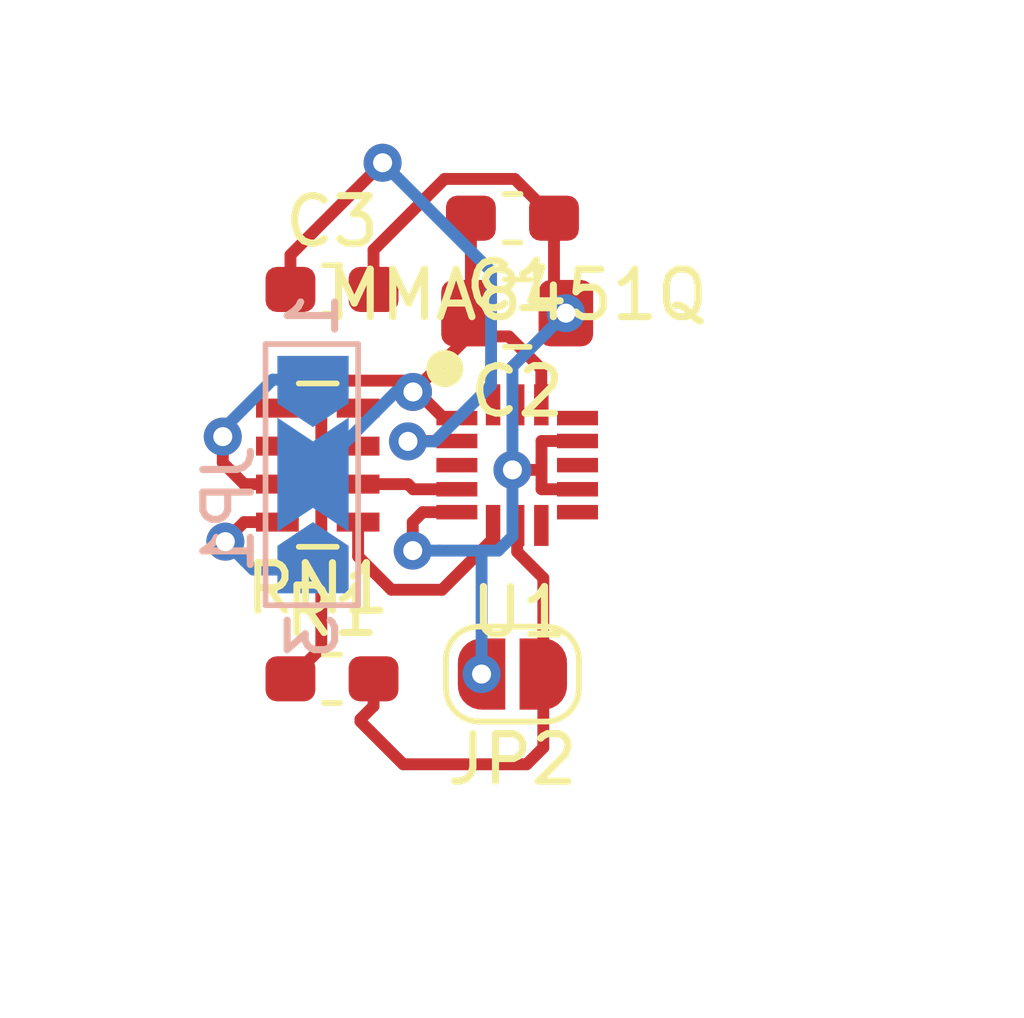
<source format=kicad_pcb>
(kicad_pcb (version 20171130) (host pcbnew 5.1.2-f72e74a~84~ubuntu18.04.1)

  (general
    (thickness 1.6)
    (drawings 0)
    (tracks 94)
    (zones 0)
    (modules 8)
    (nets 20)
  )

  (page User 215.9 139.7)
  (layers
    (0 F.Cu signal)
    (31 B.Cu signal)
    (32 B.Adhes user)
    (33 F.Adhes user)
    (34 B.Paste user)
    (35 F.Paste user)
    (36 B.SilkS user)
    (37 F.SilkS user)
    (38 B.Mask user)
    (39 F.Mask user)
    (40 Dwgs.User user)
    (41 Cmts.User user)
    (42 Eco1.User user)
    (43 Eco2.User user)
    (44 Edge.Cuts user)
    (45 Margin user)
    (46 B.CrtYd user)
    (47 F.CrtYd user)
    (48 B.Fab user)
    (49 F.Fab user)
  )

  (setup
    (last_trace_width 0.25)
    (trace_clearance 0.2)
    (zone_clearance 0.508)
    (zone_45_only no)
    (trace_min 0.2)
    (via_size 0.8)
    (via_drill 0.4)
    (via_min_size 0.4)
    (via_min_drill 0.3)
    (uvia_size 0.3)
    (uvia_drill 0.1)
    (uvias_allowed no)
    (uvia_min_size 0.2)
    (uvia_min_drill 0.1)
    (edge_width 0.05)
    (segment_width 0.2)
    (pcb_text_width 0.3)
    (pcb_text_size 1.5 1.5)
    (mod_edge_width 0.12)
    (mod_text_size 1 1)
    (mod_text_width 0.15)
    (pad_size 1.524 1.524)
    (pad_drill 0.762)
    (pad_to_mask_clearance 0.051)
    (solder_mask_min_width 0.25)
    (aux_axis_origin 0 0)
    (visible_elements FFFFFF7F)
    (pcbplotparams
      (layerselection 0x010fc_ffffffff)
      (usegerberextensions false)
      (usegerberattributes false)
      (usegerberadvancedattributes false)
      (creategerberjobfile false)
      (excludeedgelayer true)
      (linewidth 0.100000)
      (plotframeref false)
      (viasonmask false)
      (mode 1)
      (useauxorigin false)
      (hpglpennumber 1)
      (hpglpenspeed 20)
      (hpglpendiameter 15.000000)
      (psnegative false)
      (psa4output false)
      (plotreference true)
      (plotvalue true)
      (plotinvisibletext false)
      (padsonsilk false)
      (subtractmaskfromsilk false)
      (outputformat 1)
      (mirror false)
      (drillshape 1)
      (scaleselection 1)
      (outputdirectory ""))
  )

  (net 0 "")
  (net 1 +3V3)
  (net 2 GND)
  (net 3 "Net-(C3-Pad1)")
  (net 4 "Net-(JP1-Pad3)")
  (net 5 "Net-(JP1-Pad1)")
  (net 6 "Net-(JP2-Pad1)")
  (net 7 "Net-(RN1-Pad5)")
  (net 8 "Net-(RN1-Pad6)")
  (net 9 "Net-(RN1-Pad4)")
  (net 10 /SCL)
  (net 11 "Net-(RN1-Pad3)")
  (net 12 /SDA)
  (net 13 "Net-(U1-Pad16)")
  (net 14 "Net-(U1-Pad15)")
  (net 15 "Net-(U1-Pad13)")
  (net 16 /INT1)
  (net 17 /INT2)
  (net 18 "Net-(U1-Pad8)")
  (net 19 "Net-(U1-Pad3)")

  (net_class Default "This is the default net class."
    (clearance 0.2)
    (trace_width 0.25)
    (via_dia 0.8)
    (via_drill 0.4)
    (uvia_dia 0.3)
    (uvia_drill 0.1)
    (add_net +3V3)
    (add_net /INT1)
    (add_net /INT2)
    (add_net /SCL)
    (add_net /SDA)
    (add_net GND)
    (add_net "Net-(C3-Pad1)")
    (add_net "Net-(JP1-Pad1)")
    (add_net "Net-(JP1-Pad3)")
    (add_net "Net-(JP2-Pad1)")
    (add_net "Net-(RN1-Pad3)")
    (add_net "Net-(RN1-Pad4)")
    (add_net "Net-(RN1-Pad5)")
    (add_net "Net-(RN1-Pad6)")
    (add_net "Net-(U1-Pad13)")
    (add_net "Net-(U1-Pad15)")
    (add_net "Net-(U1-Pad16)")
    (add_net "Net-(U1-Pad3)")
    (add_net "Net-(U1-Pad8)")
  )

  (module footprint-lib:MMA8451Q_QFN16 (layer F.Cu) (tedit 5D00905D) (tstamp 5D00F8C9)
    (at 48.2 45.5)
    (descr MMA8451Q_QFN16)
    (tags "MMA8451Q_QFN16 MMA8451")
    (path /5D009215)
    (attr smd)
    (fp_text reference U1 (at 0.05084 3.1009) (layer F.SilkS)
      (effects (font (size 1 1) (thickness 0.15)))
    )
    (fp_text value MMA8451Q (at 0 -3.58246) (layer F.SilkS)
      (effects (font (size 1 1) (thickness 0.15)))
    )
    (fp_circle (center -1.524 -2.032) (end -1.324 -2.032) (layer F.SilkS) (width 0.381))
    (fp_line (start -1.4986 -1.4986) (end -1.4986 1.4986) (layer Eco2.User) (width 0.1))
    (fp_line (start 1.4986 -1.4986) (end -1.4986 -1.4986) (layer Eco2.User) (width 0.1))
    (fp_line (start 1.4986 1.4986) (end 1.4986 -1.4986) (layer Eco2.User) (width 0.1))
    (fp_line (start -1.4986 1.4986) (end 1.4986 1.4986) (layer Eco2.User) (width 0.1))
    (fp_line (start 1.4986 -0.8382) (end 1.4986 -1.143) (layer Eco2.User) (width 0.1))
    (fp_line (start 1.4986 -0.3556) (end 1.4986 -0.6604) (layer Eco2.User) (width 0.1))
    (fp_line (start 1.4986 0.1524) (end 1.4986 -0.1524) (layer Eco2.User) (width 0.1))
    (fp_line (start 1.4986 0.6604) (end 1.4986 0.3556) (layer Eco2.User) (width 0.1))
    (fp_line (start 1.4986 1.143) (end 1.4986 0.8382) (layer Eco2.User) (width 0.1))
    (fp_line (start 0.3556 1.4986) (end 0.6604 1.4986) (layer Eco2.User) (width 0.1))
    (fp_line (start -0.1524 1.4986) (end 0.1524 1.4986) (layer Eco2.User) (width 0.1))
    (fp_line (start -0.6604 1.4986) (end -0.3556 1.4986) (layer Eco2.User) (width 0.1))
    (fp_line (start -1.4986 0.8382) (end -1.4986 1.143) (layer Eco2.User) (width 0.1))
    (fp_line (start -1.4986 0.3556) (end -1.4986 0.6604) (layer Eco2.User) (width 0.1))
    (fp_line (start -1.4986 -0.1524) (end -1.4986 0.1524) (layer Eco2.User) (width 0.1))
    (fp_line (start -1.4986 -0.6604) (end -1.4986 -0.3556) (layer Eco2.User) (width 0.1))
    (fp_line (start -1.4986 -1.143) (end -1.4986 -0.8382) (layer Eco2.User) (width 0.1))
    (fp_line (start -0.3556 -1.4986) (end -0.6604 -1.4986) (layer Eco2.User) (width 0.1))
    (fp_line (start 0.1524 -1.4986) (end -0.1524 -1.4986) (layer Eco2.User) (width 0.1))
    (fp_line (start 0.6604 -1.4986) (end 0.3556 -1.4986) (layer Eco2.User) (width 0.1))
    (fp_line (start -1.4986 -0.2286) (end -0.2286 -1.4986) (layer Eco2.User) (width 0.1))
    (pad 16 smd rect (at -0.508 -1.27 180) (size 0.3048 0.8636) (layers F.Cu F.Paste F.Mask)
      (net 13 "Net-(U1-Pad16)"))
    (pad 15 smd rect (at 0 -1.27 180) (size 0.3048 0.8636) (layers F.Cu F.Paste F.Mask)
      (net 14 "Net-(U1-Pad15)"))
    (pad 14 smd rect (at 0.508 -1.27 180) (size 0.3048 0.8636) (layers F.Cu F.Paste F.Mask)
      (net 1 +3V3))
    (pad 13 smd rect (at 1.27 -0.9906 270) (size 0.3048 0.8636) (layers F.Cu F.Paste F.Mask)
      (net 15 "Net-(U1-Pad13)"))
    (pad 12 smd rect (at 1.27 -0.508 270) (size 0.3048 0.8636) (layers F.Cu F.Paste F.Mask)
      (net 2 GND))
    (pad 11 smd rect (at 1.27 0 270) (size 0.3048 0.8636) (layers F.Cu F.Paste F.Mask)
      (net 16 /INT1))
    (pad 10 smd rect (at 1.27 0.508 270) (size 0.3048 0.8636) (layers F.Cu F.Paste F.Mask)
      (net 2 GND))
    (pad 9 smd rect (at 1.27 0.9906 270) (size 0.3048 0.8636) (layers F.Cu F.Paste F.Mask)
      (net 17 /INT2))
    (pad 8 smd rect (at 0.508 1.27 180) (size 0.3048 0.8636) (layers F.Cu F.Paste F.Mask)
      (net 18 "Net-(U1-Pad8)"))
    (pad 7 smd rect (at 0 1.27 180) (size 0.3048 0.8636) (layers F.Cu F.Paste F.Mask)
      (net 6 "Net-(JP2-Pad1)"))
    (pad 6 smd rect (at -0.508 1.27 180) (size 0.3048 0.8636) (layers F.Cu F.Paste F.Mask)
      (net 12 /SDA))
    (pad 5 smd rect (at -1.27 0.9906 270) (size 0.3048 0.8636) (layers F.Cu F.Paste F.Mask)
      (net 2 GND))
    (pad 4 smd rect (at -1.27 0.508 270) (size 0.3048 0.8636) (layers F.Cu F.Paste F.Mask)
      (net 10 /SCL))
    (pad 3 smd rect (at -1.27 0 270) (size 0.3048 0.8636) (layers F.Cu F.Paste F.Mask)
      (net 19 "Net-(U1-Pad3)"))
    (pad 2 smd rect (at -1.27 -0.508 270) (size 0.3048 0.8636) (layers F.Cu F.Paste F.Mask)
      (net 3 "Net-(C3-Pad1)"))
    (pad 1 smd rect (at -1.27 -0.9906 270) (size 0.3048 0.8636) (layers F.Cu F.Paste F.Mask)
      (net 1 +3V3))
    (model /home/logic/_workspace/kicad/kicad_library/kicad-packages3d/MMA8452QR025_cp.step
      (at (xyz 0 0 0))
      (scale (xyz 1 1 1))
      (rotate (xyz 0 0 0))
    )
  )

  (module Resistor_SMD:R_Array_Concave_4x0603 (layer F.Cu) (tedit 58E0A85E) (tstamp 5D00F780)
    (at 44 45.5 180)
    (descr "Thick Film Chip Resistor Array, Wave soldering, Vishay CRA06P (see cra06p.pdf)")
    (tags "resistor array")
    (path /5D019A35)
    (attr smd)
    (fp_text reference RN1 (at 0 -2.6) (layer F.SilkS)
      (effects (font (size 1 1) (thickness 0.15)))
    )
    (fp_text value RN_472,0603 (at 0 2.6) (layer F.Fab)
      (effects (font (size 1 1) (thickness 0.15)))
    )
    (fp_line (start 1.55 1.87) (end -1.55 1.87) (layer F.CrtYd) (width 0.05))
    (fp_line (start 1.55 1.87) (end 1.55 -1.88) (layer F.CrtYd) (width 0.05))
    (fp_line (start -1.55 -1.88) (end -1.55 1.87) (layer F.CrtYd) (width 0.05))
    (fp_line (start -1.55 -1.88) (end 1.55 -1.88) (layer F.CrtYd) (width 0.05))
    (fp_line (start 0.4 -1.72) (end -0.4 -1.72) (layer F.SilkS) (width 0.12))
    (fp_line (start 0.4 1.72) (end -0.4 1.72) (layer F.SilkS) (width 0.12))
    (fp_line (start -0.8 1.6) (end -0.8 -1.6) (layer F.Fab) (width 0.1))
    (fp_line (start 0.8 1.6) (end -0.8 1.6) (layer F.Fab) (width 0.1))
    (fp_line (start 0.8 -1.6) (end 0.8 1.6) (layer F.Fab) (width 0.1))
    (fp_line (start -0.8 -1.6) (end 0.8 -1.6) (layer F.Fab) (width 0.1))
    (fp_text user %R (at 0 0 90) (layer F.Fab)
      (effects (font (size 0.5 0.5) (thickness 0.075)))
    )
    (pad 5 smd rect (at 0.85 1.2 180) (size 0.9 0.4) (layers F.Cu F.Paste F.Mask)
      (net 7 "Net-(RN1-Pad5)"))
    (pad 6 smd rect (at 0.85 0.4 180) (size 0.9 0.4) (layers F.Cu F.Paste F.Mask)
      (net 8 "Net-(RN1-Pad6)"))
    (pad 7 smd rect (at 0.85 -0.4 180) (size 0.9 0.4) (layers F.Cu F.Paste F.Mask)
      (net 5 "Net-(JP1-Pad1)"))
    (pad 8 smd rect (at 0.85 -1.2 180) (size 0.9 0.4) (layers F.Cu F.Paste F.Mask)
      (net 4 "Net-(JP1-Pad3)"))
    (pad 4 smd rect (at -0.85 1.2 180) (size 0.9 0.4) (layers F.Cu F.Paste F.Mask)
      (net 9 "Net-(RN1-Pad4)"))
    (pad 1 smd rect (at -0.85 -1.2 180) (size 0.9 0.4) (layers F.Cu F.Paste F.Mask)
      (net 12 /SDA))
    (pad 3 smd rect (at -0.85 0.4 180) (size 0.9 0.4) (layers F.Cu F.Paste F.Mask)
      (net 11 "Net-(RN1-Pad3)"))
    (pad 2 smd rect (at -0.85 -0.4 180) (size 0.9 0.4) (layers F.Cu F.Paste F.Mask)
      (net 10 /SCL))
    (model ${KISYS3DMOD}/Resistor_SMD.3dshapes/R_Array_Concave_4x0603.wrl
      (at (xyz 0 0 0))
      (scale (xyz 1 1 1))
      (rotate (xyz 0 0 0))
    )
  )

  (module Resistor_SMD:R_0603_1608Metric_Pad1.05x0.95mm_HandSolder (layer F.Cu) (tedit 5B301BBD) (tstamp 5D00F769)
    (at 44.3 50)
    (descr "Resistor SMD 0603 (1608 Metric), square (rectangular) end terminal, IPC_7351 nominal with elongated pad for handsoldering. (Body size source: http://www.tortai-tech.com/upload/download/2011102023233369053.pdf), generated with kicad-footprint-generator")
    (tags "resistor handsolder")
    (path /5D01F172)
    (attr smd)
    (fp_text reference R1 (at 0 -1.43) (layer F.SilkS)
      (effects (font (size 1 1) (thickness 0.15)))
    )
    (fp_text value R103,0603 (at 0 1.43) (layer F.Fab)
      (effects (font (size 1 1) (thickness 0.15)))
    )
    (fp_text user %R (at 0 0) (layer F.Fab)
      (effects (font (size 0.4 0.4) (thickness 0.06)))
    )
    (fp_line (start 1.65 0.73) (end -1.65 0.73) (layer F.CrtYd) (width 0.05))
    (fp_line (start 1.65 -0.73) (end 1.65 0.73) (layer F.CrtYd) (width 0.05))
    (fp_line (start -1.65 -0.73) (end 1.65 -0.73) (layer F.CrtYd) (width 0.05))
    (fp_line (start -1.65 0.73) (end -1.65 -0.73) (layer F.CrtYd) (width 0.05))
    (fp_line (start -0.171267 0.51) (end 0.171267 0.51) (layer F.SilkS) (width 0.12))
    (fp_line (start -0.171267 -0.51) (end 0.171267 -0.51) (layer F.SilkS) (width 0.12))
    (fp_line (start 0.8 0.4) (end -0.8 0.4) (layer F.Fab) (width 0.1))
    (fp_line (start 0.8 -0.4) (end 0.8 0.4) (layer F.Fab) (width 0.1))
    (fp_line (start -0.8 -0.4) (end 0.8 -0.4) (layer F.Fab) (width 0.1))
    (fp_line (start -0.8 0.4) (end -0.8 -0.4) (layer F.Fab) (width 0.1))
    (pad 2 smd roundrect (at 0.875 0) (size 1.05 0.95) (layers F.Cu F.Paste F.Mask) (roundrect_rratio 0.25)
      (net 6 "Net-(JP2-Pad1)"))
    (pad 1 smd roundrect (at -0.875 0) (size 1.05 0.95) (layers F.Cu F.Paste F.Mask) (roundrect_rratio 0.25)
      (net 1 +3V3))
    (model ${KISYS3DMOD}/Resistor_SMD.3dshapes/R_0603_1608Metric.wrl
      (at (xyz 0 0 0))
      (scale (xyz 1 1 1))
      (rotate (xyz 0 0 0))
    )
  )

  (module Jumper:SolderJumper-2_P1.3mm_Open_RoundedPad1.0x1.5mm (layer F.Cu) (tedit 5B391E66) (tstamp 5D00F758)
    (at 48.1 49.9 180)
    (descr "SMD Solder Jumper, 1x1.5mm, rounded Pads, 0.3mm gap, open")
    (tags "solder jumper open")
    (path /5D01F790)
    (attr virtual)
    (fp_text reference JP2 (at 0 -1.8) (layer F.SilkS)
      (effects (font (size 1 1) (thickness 0.15)))
    )
    (fp_text value SolderJumper_2_Open_round (at 0 1.9) (layer F.Fab)
      (effects (font (size 1 1) (thickness 0.15)))
    )
    (fp_line (start 1.65 1.25) (end -1.65 1.25) (layer F.CrtYd) (width 0.05))
    (fp_line (start 1.65 1.25) (end 1.65 -1.25) (layer F.CrtYd) (width 0.05))
    (fp_line (start -1.65 -1.25) (end -1.65 1.25) (layer F.CrtYd) (width 0.05))
    (fp_line (start -1.65 -1.25) (end 1.65 -1.25) (layer F.CrtYd) (width 0.05))
    (fp_line (start -0.7 -1) (end 0.7 -1) (layer F.SilkS) (width 0.12))
    (fp_line (start 1.4 -0.3) (end 1.4 0.3) (layer F.SilkS) (width 0.12))
    (fp_line (start 0.7 1) (end -0.7 1) (layer F.SilkS) (width 0.12))
    (fp_line (start -1.4 0.3) (end -1.4 -0.3) (layer F.SilkS) (width 0.12))
    (fp_arc (start -0.7 -0.3) (end -0.7 -1) (angle -90) (layer F.SilkS) (width 0.12))
    (fp_arc (start -0.7 0.3) (end -1.4 0.3) (angle -90) (layer F.SilkS) (width 0.12))
    (fp_arc (start 0.7 0.3) (end 0.7 1) (angle -90) (layer F.SilkS) (width 0.12))
    (fp_arc (start 0.7 -0.3) (end 1.4 -0.3) (angle -90) (layer F.SilkS) (width 0.12))
    (pad 2 smd custom (at 0.65 0 180) (size 1 0.5) (layers F.Cu F.Mask)
      (net 2 GND) (zone_connect 2)
      (options (clearance outline) (anchor rect))
      (primitives
        (gr_circle (center 0 0.25) (end 0.5 0.25) (width 0))
        (gr_circle (center 0 -0.25) (end 0.5 -0.25) (width 0))
        (gr_poly (pts
           (xy 0 -0.75) (xy -0.5 -0.75) (xy -0.5 0.75) (xy 0 0.75)) (width 0))
      ))
    (pad 1 smd custom (at -0.65 0 180) (size 1 0.5) (layers F.Cu F.Mask)
      (net 6 "Net-(JP2-Pad1)") (zone_connect 2)
      (options (clearance outline) (anchor rect))
      (primitives
        (gr_circle (center 0 0.25) (end 0.5 0.25) (width 0))
        (gr_circle (center 0 -0.25) (end 0.5 -0.25) (width 0))
        (gr_poly (pts
           (xy 0 -0.75) (xy 0.5 -0.75) (xy 0.5 0.75) (xy 0 0.75)) (width 0))
      ))
  )

  (module Jumper:SolderJumper-3_P2.0mm_Open_TrianglePad1.0x1.5mm_NumberLabels (layer B.Cu) (tedit 5A6480B6) (tstamp 5D00F746)
    (at 43.9 45.7 270)
    (descr "SMD Solder Jumper, 1x1.5mm Triangular Pads, 0.3mm gap, open, labeled with numbers")
    (tags "solder jumper open")
    (path /5D018FE9)
    (attr virtual)
    (fp_text reference JP1 (at 0.725 1.775 270) (layer B.SilkS)
      (effects (font (size 1 1) (thickness 0.15)) (justify mirror))
    )
    (fp_text value SolderJumper_3_Open_arrow (at 0.725 -1.925 270) (layer B.Fab)
      (effects (font (size 1 1) (thickness 0.15)) (justify mirror))
    )
    (fp_line (start 3 -1.25) (end -2.98 -1.25) (layer B.CrtYd) (width 0.05))
    (fp_line (start 3 -1.25) (end 3 1.27) (layer B.CrtYd) (width 0.05))
    (fp_line (start -2.98 1.27) (end -2.98 -1.25) (layer B.CrtYd) (width 0.05))
    (fp_line (start -2.98 1.27) (end 3 1.27) (layer B.CrtYd) (width 0.05))
    (fp_line (start -2.75 1) (end 2.75 1) (layer B.SilkS) (width 0.12))
    (fp_line (start 2.75 1) (end 2.75 -0.95) (layer B.SilkS) (width 0.12))
    (fp_line (start 2.75 -0.95) (end -2.75 -0.95) (layer B.SilkS) (width 0.12))
    (fp_line (start -2.75 -0.95) (end -2.75 1) (layer B.SilkS) (width 0.12))
    (fp_text user 1 (at -3.35 0 270) (layer B.SilkS)
      (effects (font (size 1 1) (thickness 0.15)) (justify mirror))
    )
    (fp_text user 3 (at 3.4 0 270) (layer B.SilkS)
      (effects (font (size 1 1) (thickness 0.15)) (justify mirror))
    )
    (pad 3 smd custom (at 2 0 90) (size 0.3 0.3) (layers B.Cu B.Mask)
      (net 4 "Net-(JP1-Pad3)") (zone_connect 2)
      (options (clearance outline) (anchor rect))
      (primitives
        (gr_poly (pts
           (xy -0.5 0.75) (xy 0.5 0.75) (xy 1 0) (xy 0.5 -0.75) (xy -0.5 -0.75)
) (width 0))
      ))
    (pad 2 smd custom (at 0 0 270) (size 0.3 0.3) (layers B.Cu)
      (net 1 +3V3) (zone_connect 2)
      (options (clearance outline) (anchor rect))
      (primitives
        (gr_poly (pts
           (xy -1.2 0.75) (xy 1.2 0.75) (xy 0.7 0) (xy 1.2 -0.75) (xy -1.2 -0.75)
           (xy -0.7 0)) (width 0))
      ))
    (pad 1 smd custom (at -2 0 270) (size 0.3 0.3) (layers B.Cu B.Mask)
      (net 5 "Net-(JP1-Pad1)") (zone_connect 2)
      (options (clearance outline) (anchor rect))
      (primitives
        (gr_poly (pts
           (xy -0.5 0.75) (xy 0.5 0.75) (xy 1 0) (xy 0.5 -0.75) (xy -0.5 -0.75)
) (width 0))
      ))
    (pad "" smd rect (at -1.2 0 270) (size 1.5 1.5) (layers B.Mask))
    (pad "" smd rect (at 1.2 0 270) (size 1.5 1.5) (layers B.Mask))
  )

  (module Capacitor_SMD:C_0603_1608Metric_Pad1.05x0.95mm_HandSolder (layer F.Cu) (tedit 5B301BBE) (tstamp 5D00F733)
    (at 44.3 41.8)
    (descr "Capacitor SMD 0603 (1608 Metric), square (rectangular) end terminal, IPC_7351 nominal with elongated pad for handsoldering. (Body size source: http://www.tortai-tech.com/upload/download/2011102023233369053.pdf), generated with kicad-footprint-generator")
    (tags "capacitor handsolder")
    (path /5D0103E0)
    (attr smd)
    (fp_text reference C3 (at 0 -1.43) (layer F.SilkS)
      (effects (font (size 1 1) (thickness 0.15)))
    )
    (fp_text value C104,0603 (at 0 1.43) (layer F.Fab)
      (effects (font (size 1 1) (thickness 0.15)))
    )
    (fp_text user %R (at 0 0) (layer F.Fab)
      (effects (font (size 0.4 0.4) (thickness 0.06)))
    )
    (fp_line (start 1.65 0.73) (end -1.65 0.73) (layer F.CrtYd) (width 0.05))
    (fp_line (start 1.65 -0.73) (end 1.65 0.73) (layer F.CrtYd) (width 0.05))
    (fp_line (start -1.65 -0.73) (end 1.65 -0.73) (layer F.CrtYd) (width 0.05))
    (fp_line (start -1.65 0.73) (end -1.65 -0.73) (layer F.CrtYd) (width 0.05))
    (fp_line (start -0.171267 0.51) (end 0.171267 0.51) (layer F.SilkS) (width 0.12))
    (fp_line (start -0.171267 -0.51) (end 0.171267 -0.51) (layer F.SilkS) (width 0.12))
    (fp_line (start 0.8 0.4) (end -0.8 0.4) (layer F.Fab) (width 0.1))
    (fp_line (start 0.8 -0.4) (end 0.8 0.4) (layer F.Fab) (width 0.1))
    (fp_line (start -0.8 -0.4) (end 0.8 -0.4) (layer F.Fab) (width 0.1))
    (fp_line (start -0.8 0.4) (end -0.8 -0.4) (layer F.Fab) (width 0.1))
    (pad 2 smd roundrect (at 0.875 0) (size 1.05 0.95) (layers F.Cu F.Paste F.Mask) (roundrect_rratio 0.25)
      (net 2 GND))
    (pad 1 smd roundrect (at -0.875 0) (size 1.05 0.95) (layers F.Cu F.Paste F.Mask) (roundrect_rratio 0.25)
      (net 3 "Net-(C3-Pad1)"))
    (model ${KISYS3DMOD}/Capacitor_SMD.3dshapes/C_0603_1608Metric.wrl
      (at (xyz 0 0 0))
      (scale (xyz 1 1 1))
      (rotate (xyz 0 0 0))
    )
  )

  (module Capacitor_SMD:C_0805_2012Metric_Pad1.15x1.40mm_HandSolder (layer F.Cu) (tedit 5B36C52B) (tstamp 5D00F722)
    (at 48.2 42.3 180)
    (descr "Capacitor SMD 0805 (2012 Metric), square (rectangular) end terminal, IPC_7351 nominal with elongated pad for handsoldering. (Body size source: https://docs.google.com/spreadsheets/d/1BsfQQcO9C6DZCsRaXUlFlo91Tg2WpOkGARC1WS5S8t0/edit?usp=sharing), generated with kicad-footprint-generator")
    (tags "capacitor handsolder")
    (path /5D00D105)
    (attr smd)
    (fp_text reference C2 (at 0 -1.65) (layer F.SilkS)
      (effects (font (size 1 1) (thickness 0.15)))
    )
    (fp_text value C475,0805 (at 0 1.65) (layer F.Fab)
      (effects (font (size 1 1) (thickness 0.15)))
    )
    (fp_text user %R (at 0 0) (layer F.Fab)
      (effects (font (size 0.5 0.5) (thickness 0.08)))
    )
    (fp_line (start 1.85 0.95) (end -1.85 0.95) (layer F.CrtYd) (width 0.05))
    (fp_line (start 1.85 -0.95) (end 1.85 0.95) (layer F.CrtYd) (width 0.05))
    (fp_line (start -1.85 -0.95) (end 1.85 -0.95) (layer F.CrtYd) (width 0.05))
    (fp_line (start -1.85 0.95) (end -1.85 -0.95) (layer F.CrtYd) (width 0.05))
    (fp_line (start -0.261252 0.71) (end 0.261252 0.71) (layer F.SilkS) (width 0.12))
    (fp_line (start -0.261252 -0.71) (end 0.261252 -0.71) (layer F.SilkS) (width 0.12))
    (fp_line (start 1 0.6) (end -1 0.6) (layer F.Fab) (width 0.1))
    (fp_line (start 1 -0.6) (end 1 0.6) (layer F.Fab) (width 0.1))
    (fp_line (start -1 -0.6) (end 1 -0.6) (layer F.Fab) (width 0.1))
    (fp_line (start -1 0.6) (end -1 -0.6) (layer F.Fab) (width 0.1))
    (pad 2 smd roundrect (at 1.025 0 180) (size 1.15 1.4) (layers F.Cu F.Paste F.Mask) (roundrect_rratio 0.217391)
      (net 1 +3V3))
    (pad 1 smd roundrect (at -1.025 0 180) (size 1.15 1.4) (layers F.Cu F.Paste F.Mask) (roundrect_rratio 0.217391)
      (net 2 GND))
    (model ${KISYS3DMOD}/Capacitor_SMD.3dshapes/C_0805_2012Metric.wrl
      (at (xyz 0 0 0))
      (scale (xyz 1 1 1))
      (rotate (xyz 0 0 0))
    )
  )

  (module Capacitor_SMD:C_0603_1608Metric_Pad1.05x0.95mm_HandSolder (layer F.Cu) (tedit 5B301BBE) (tstamp 5D00F711)
    (at 48.1 40.3 180)
    (descr "Capacitor SMD 0603 (1608 Metric), square (rectangular) end terminal, IPC_7351 nominal with elongated pad for handsoldering. (Body size source: http://www.tortai-tech.com/upload/download/2011102023233369053.pdf), generated with kicad-footprint-generator")
    (tags "capacitor handsolder")
    (path /5D025D13)
    (attr smd)
    (fp_text reference C1 (at 0 -1.43) (layer F.SilkS)
      (effects (font (size 1 1) (thickness 0.15)))
    )
    (fp_text value C104,0603 (at 0 1.43) (layer F.Fab)
      (effects (font (size 1 1) (thickness 0.15)))
    )
    (fp_text user %R (at 0 0) (layer F.Fab)
      (effects (font (size 0.4 0.4) (thickness 0.06)))
    )
    (fp_line (start 1.65 0.73) (end -1.65 0.73) (layer F.CrtYd) (width 0.05))
    (fp_line (start 1.65 -0.73) (end 1.65 0.73) (layer F.CrtYd) (width 0.05))
    (fp_line (start -1.65 -0.73) (end 1.65 -0.73) (layer F.CrtYd) (width 0.05))
    (fp_line (start -1.65 0.73) (end -1.65 -0.73) (layer F.CrtYd) (width 0.05))
    (fp_line (start -0.171267 0.51) (end 0.171267 0.51) (layer F.SilkS) (width 0.12))
    (fp_line (start -0.171267 -0.51) (end 0.171267 -0.51) (layer F.SilkS) (width 0.12))
    (fp_line (start 0.8 0.4) (end -0.8 0.4) (layer F.Fab) (width 0.1))
    (fp_line (start 0.8 -0.4) (end 0.8 0.4) (layer F.Fab) (width 0.1))
    (fp_line (start -0.8 -0.4) (end 0.8 -0.4) (layer F.Fab) (width 0.1))
    (fp_line (start -0.8 0.4) (end -0.8 -0.4) (layer F.Fab) (width 0.1))
    (pad 2 smd roundrect (at 0.875 0 180) (size 1.05 0.95) (layers F.Cu F.Paste F.Mask) (roundrect_rratio 0.25)
      (net 1 +3V3))
    (pad 1 smd roundrect (at -0.875 0 180) (size 1.05 0.95) (layers F.Cu F.Paste F.Mask) (roundrect_rratio 0.25)
      (net 2 GND))
    (model ${KISYS3DMOD}/Capacitor_SMD.3dshapes/C_0603_1608Metric.wrl
      (at (xyz 0 0 0))
      (scale (xyz 1 1 1))
      (rotate (xyz 0 0 0))
    )
  )

  (segment (start 46.0052 43.7208) (end 46.0052 43.9587) (width 0.25) (layer F.Cu) (net 1))
  (segment (start 47.175 42.7889) (end 46.2431 43.7208) (width 0.25) (layer F.Cu) (net 1))
  (segment (start 46.2431 43.7208) (end 46.0052 43.7208) (width 0.25) (layer F.Cu) (net 1))
  (segment (start 46.0052 43.7208) (end 44.299 43.7208) (width 0.25) (layer F.Cu) (net 1))
  (segment (start 44.299 43.7208) (end 44.0747 43.9451) (width 0.25) (layer F.Cu) (net 1))
  (segment (start 44.0747 43.9451) (end 44.0747 49.3503) (width 0.25) (layer F.Cu) (net 1))
  (segment (start 44.0747 49.3503) (end 43.425 50) (width 0.25) (layer F.Cu) (net 1))
  (segment (start 47.175 42.3) (end 47.175 42.7889) (width 0.25) (layer F.Cu) (net 1))
  (segment (start 47.175 42.7889) (end 48.024 42.7889) (width 0.25) (layer F.Cu) (net 1))
  (segment (start 48.024 42.7889) (end 48.708 43.4729) (width 0.25) (layer F.Cu) (net 1))
  (segment (start 48.708 44.23) (end 48.708 43.4729) (width 0.25) (layer F.Cu) (net 1))
  (segment (start 47.225 40.3) (end 47.225 42.25) (width 0.25) (layer F.Cu) (net 1))
  (segment (start 47.225 42.25) (end 47.175 42.3) (width 0.25) (layer F.Cu) (net 1))
  (via (at 46.0052 43.9587) (size 0.8) (layers F.Cu B.Cu) (net 1))
  (segment (start 46.6506 44.5094) (end 46.0999 43.9587) (width 0.25) (layer F.Cu) (net 1))
  (segment (start 45.6413 43.9587) (end 46.0052 43.9587) (width 0.25) (layer B.Cu) (net 1))
  (segment (start 46.0999 43.9587) (end 46.0052 43.9587) (width 0.25) (layer F.Cu) (net 1))
  (segment (start 46.93 44.5094) (end 46.6506 44.5094) (width 0.25) (layer F.Cu) (net 1))
  (segment (start 43.9 45.7) (end 45.6413 43.9587) (width 0.25) (layer B.Cu) (net 1))
  (segment (start 49.0915 46.008) (end 49.47 46.008) (width 0.25) (layer F.Cu) (net 2))
  (segment (start 49.0915 46.008) (end 48.7129 46.008) (width 0.25) (layer F.Cu) (net 2))
  (segment (start 48.975 40.3) (end 48.1481 39.4731) (width 0.25) (layer F.Cu) (net 2))
  (segment (start 48.1481 39.4731) (end 46.671 39.4731) (width 0.25) (layer F.Cu) (net 2))
  (segment (start 46.671 39.4731) (end 45.175 40.9691) (width 0.25) (layer F.Cu) (net 2))
  (segment (start 45.175 40.9691) (end 45.175 41.8) (width 0.25) (layer F.Cu) (net 2))
  (segment (start 49.47 44.992) (end 48.7129 44.992) (width 0.25) (layer F.Cu) (net 2))
  (segment (start 48.975 40.3) (end 48.975 42.05) (width 0.25) (layer F.Cu) (net 2))
  (segment (start 48.975 42.05) (end 49.225 42.3) (width 0.25) (layer F.Cu) (net 2))
  (via (at 47.45 49.899984) (size 0.8) (drill 0.4) (layers F.Cu B.Cu) (net 2))
  (segment (start 47.45 49.899984) (end 47.45 49.9) (width 0.25) (layer F.Cu) (net 2))
  (via (at 48.1 45.6) (size 0.8) (drill 0.4) (layers F.Cu B.Cu) (net 2))
  (segment (start 48.7129 45.552785) (end 48.7129 45.3871) (width 0.25) (layer F.Cu) (net 2))
  (segment (start 48.665685 45.6) (end 48.7129 45.552785) (width 0.25) (layer F.Cu) (net 2))
  (segment (start 48.1 45.6) (end 48.665685 45.6) (width 0.25) (layer F.Cu) (net 2))
  (segment (start 48.7129 46.008) (end 48.7129 45.3871) (width 0.25) (layer F.Cu) (net 2))
  (segment (start 48.7129 45.3871) (end 48.7129 44.992) (width 0.25) (layer F.Cu) (net 2))
  (via (at 49.225011 42.300011) (size 0.8) (drill 0.4) (layers F.Cu B.Cu) (net 2))
  (segment (start 49.225 42.3) (end 49.225011 42.300011) (width 0.25) (layer F.Cu) (net 2))
  (segment (start 48.1 43.425022) (end 49.225011 42.300011) (width 0.25) (layer B.Cu) (net 2))
  (segment (start 48.1 45.6) (end 48.1 43.425022) (width 0.25) (layer B.Cu) (net 2))
  (via (at 46.000006 47.299994) (size 0.8) (drill 0.4) (layers F.Cu B.Cu) (net 2))
  (segment (start 46.93 46.4906) (end 46.2094 46.4906) (width 0.25) (layer F.Cu) (net 2))
  (segment (start 46.000006 46.699994) (end 46.000006 47.299994) (width 0.25) (layer F.Cu) (net 2))
  (segment (start 46.2094 46.4906) (end 46.000006 46.699994) (width 0.25) (layer F.Cu) (net 2))
  (segment (start 48.1 45.6) (end 48.1 47) (width 0.25) (layer B.Cu) (net 2))
  (segment (start 46.565691 47.299994) (end 46.000006 47.299994) (width 0.25) (layer B.Cu) (net 2))
  (segment (start 48.1 47) (end 47.800006 47.299994) (width 0.25) (layer B.Cu) (net 2))
  (segment (start 47.45 47.349988) (end 47.499994 47.299994) (width 0.25) (layer B.Cu) (net 2))
  (segment (start 47.45 49.899984) (end 47.45 47.349988) (width 0.25) (layer B.Cu) (net 2))
  (segment (start 47.800006 47.299994) (end 47.499994 47.299994) (width 0.25) (layer B.Cu) (net 2))
  (segment (start 47.499994 47.299994) (end 46.565691 47.299994) (width 0.25) (layer B.Cu) (net 2))
  (segment (start 45.3657 39.1324) (end 43.425 41.0731) (width 0.25) (layer F.Cu) (net 3))
  (segment (start 43.425 41.0731) (end 43.425 41.8) (width 0.25) (layer F.Cu) (net 3))
  (via (at 45.3657 39.1324) (size 0.8) (layers F.Cu B.Cu) (net 3))
  (segment (start 46.93 44.992) (end 45.90803 44.992) (width 0.25) (layer F.Cu) (net 3))
  (via (at 45.90003 45) (size 0.8) (drill 0.4) (layers F.Cu B.Cu) (net 3))
  (segment (start 45.90803 44.992) (end 45.90003 45) (width 0.25) (layer F.Cu) (net 3))
  (segment (start 45.3657 39.1324) (end 47.649989 41.416689) (width 0.25) (layer B.Cu) (net 3))
  (segment (start 47.649989 41.416689) (end 47.649989 43.815726) (width 0.25) (layer B.Cu) (net 3))
  (segment (start 46.465715 45) (end 45.90003 45) (width 0.25) (layer B.Cu) (net 3))
  (segment (start 47.649989 43.815726) (end 46.465715 45) (width 0.25) (layer B.Cu) (net 3))
  (via (at 42.0536 47.111384) (size 0.8) (drill 0.4) (layers F.Cu B.Cu) (net 4))
  (segment (start 42.45 46.7) (end 42.0536 47.0964) (width 0.25) (layer F.Cu) (net 4))
  (segment (start 43.15 46.7) (end 42.45 46.7) (width 0.25) (layer F.Cu) (net 4))
  (segment (start 42.0536 47.0964) (end 42.0536 47.111384) (width 0.25) (layer F.Cu) (net 4))
  (segment (start 42.453599 47.511383) (end 42.0536 47.111384) (width 0.25) (layer B.Cu) (net 4))
  (segment (start 42.642216 47.7) (end 42.453599 47.511383) (width 0.25) (layer B.Cu) (net 4))
  (segment (start 43.9 47.7) (end 42.642216 47.7) (width 0.25) (layer B.Cu) (net 4))
  (segment (start 43.15 45.9) (end 42.45 45.9) (width 0.25) (layer F.Cu) (net 5))
  (segment (start 42.000004 45.450004) (end 42.000004 44.9) (width 0.25) (layer F.Cu) (net 5))
  (segment (start 43.05 43.7) (end 42.000004 44.749996) (width 0.25) (layer B.Cu) (net 5))
  (via (at 42.000004 44.9) (size 0.8) (drill 0.4) (layers F.Cu B.Cu) (net 5))
  (segment (start 42.000004 44.749996) (end 42.000004 44.9) (width 0.25) (layer B.Cu) (net 5))
  (segment (start 42.45 45.9) (end 42.000004 45.450004) (width 0.25) (layer F.Cu) (net 5))
  (segment (start 43.9 43.7) (end 43.05 43.7) (width 0.25) (layer B.Cu) (net 5))
  (segment (start 48.2 47.326996) (end 48.75 47.876996) (width 0.25) (layer F.Cu) (net 6))
  (segment (start 48.75 47.876996) (end 48.75 49.052408) (width 0.25) (layer F.Cu) (net 6))
  (segment (start 48.75 49.052408) (end 48.75 49.9) (width 0.25) (layer F.Cu) (net 6))
  (segment (start 48.2 46.77) (end 48.2 47.326996) (width 0.25) (layer F.Cu) (net 6))
  (segment (start 45.175 50.575) (end 44.9 50.85) (width 0.25) (layer F.Cu) (net 6))
  (segment (start 45.175 50) (end 45.175 50.575) (width 0.25) (layer F.Cu) (net 6))
  (segment (start 44.9 50.85) (end 44.9 50.9) (width 0.25) (layer F.Cu) (net 6))
  (segment (start 44.9 50.9) (end 45.8 51.8) (width 0.25) (layer F.Cu) (net 6))
  (segment (start 45.8 51.8) (end 48.4 51.8) (width 0.25) (layer F.Cu) (net 6))
  (segment (start 48.75 51.45) (end 48.75 49.9) (width 0.25) (layer F.Cu) (net 6))
  (segment (start 48.4 51.8) (end 48.75 51.45) (width 0.25) (layer F.Cu) (net 6))
  (segment (start 46.008 46.008) (end 45.9 45.9) (width 0.25) (layer F.Cu) (net 10))
  (segment (start 46.93 46.008) (end 46.008 46.008) (width 0.25) (layer F.Cu) (net 10))
  (segment (start 44.85 45.9) (end 45.9 45.9) (width 0.25) (layer F.Cu) (net 10))
  (segment (start 46.616398 48.125002) (end 47.692 47.0494) (width 0.25) (layer F.Cu) (net 12))
  (segment (start 44.85 46.7) (end 44.85 47.423004) (width 0.25) (layer F.Cu) (net 12))
  (segment (start 45.551998 48.125002) (end 46.616398 48.125002) (width 0.25) (layer F.Cu) (net 12))
  (segment (start 44.85 47.423004) (end 45.551998 48.125002) (width 0.25) (layer F.Cu) (net 12))
  (segment (start 47.692 47.0494) (end 47.692 46.77) (width 0.25) (layer F.Cu) (net 12))

)

</source>
